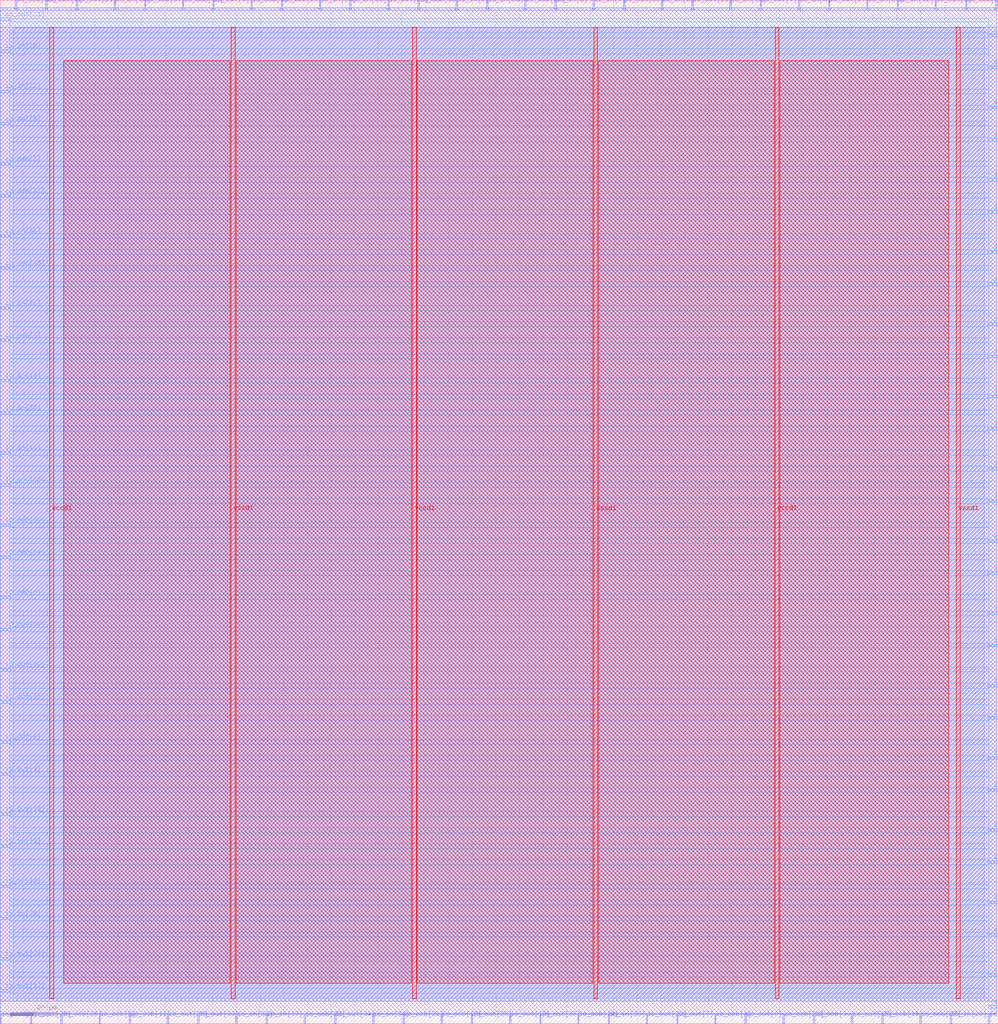
<source format=lef>
VERSION 5.7 ;
  NOWIREEXTENSIONATPIN ON ;
  DIVIDERCHAR "/" ;
  BUSBITCHARS "[]" ;
MACRO wrapped_snn
  CLASS BLOCK ;
  FOREIGN wrapped_snn ;
  ORIGIN 0.000 0.000 ;
  SIZE 422.705 BY 433.425 ;
  PIN active
    DIRECTION INPUT ;
    USE SIGNAL ;
    PORT
      LAYER met3 ;
        RECT 418.705 417.940 422.705 419.140 ;
    END
  END active
  PIN io_in[0]
    DIRECTION INPUT ;
    USE SIGNAL ;
    PORT
      LAYER met3 ;
        RECT 418.705 98.340 422.705 99.540 ;
    END
  END io_in[0]
  PIN io_in[10]
    DIRECTION INPUT ;
    USE SIGNAL ;
    PORT
      LAYER met2 ;
        RECT 48.250 429.425 48.810 433.425 ;
    END
  END io_in[10]
  PIN io_in[11]
    DIRECTION INPUT ;
    USE SIGNAL ;
    PORT
      LAYER met3 ;
        RECT 0.000 241.140 4.000 242.340 ;
    END
  END io_in[11]
  PIN io_in[12]
    DIRECTION INPUT ;
    USE SIGNAL ;
    PORT
      LAYER met2 ;
        RECT 379.910 429.425 380.470 433.425 ;
    END
  END io_in[12]
  PIN io_in[13]
    DIRECTION INPUT ;
    USE SIGNAL ;
    PORT
      LAYER met2 ;
        RECT 309.070 429.425 309.630 433.425 ;
    END
  END io_in[13]
  PIN io_in[14]
    DIRECTION INPUT ;
    USE SIGNAL ;
    PORT
      LAYER met3 ;
        RECT 0.000 271.740 4.000 272.940 ;
    END
  END io_in[14]
  PIN io_in[15]
    DIRECTION INPUT ;
    USE SIGNAL ;
    PORT
      LAYER met3 ;
        RECT 0.000 74.540 4.000 75.740 ;
    END
  END io_in[15]
  PIN io_in[16]
    DIRECTION INPUT ;
    USE SIGNAL ;
    PORT
      LAYER met2 ;
        RECT 148.070 429.425 148.630 433.425 ;
    END
  END io_in[16]
  PIN io_in[17]
    DIRECTION INPUT ;
    USE SIGNAL ;
    PORT
      LAYER met2 ;
        RECT 112.650 0.000 113.210 4.000 ;
    END
  END io_in[17]
  PIN io_in[18]
    DIRECTION INPUT ;
    USE SIGNAL ;
    PORT
      LAYER met3 ;
        RECT 0.000 57.540 4.000 58.740 ;
    END
  END io_in[18]
  PIN io_in[19]
    DIRECTION INPUT ;
    USE SIGNAL ;
    PORT
      LAYER met3 ;
        RECT 418.705 387.340 422.705 388.540 ;
    END
  END io_in[19]
  PIN io_in[1]
    DIRECTION INPUT ;
    USE SIGNAL ;
    PORT
      LAYER met3 ;
        RECT 418.705 6.540 422.705 7.740 ;
    END
  END io_in[1]
  PIN io_in[20]
    DIRECTION INPUT ;
    USE SIGNAL ;
    PORT
      LAYER met2 ;
        RECT 367.030 429.425 367.590 433.425 ;
    END
  END io_in[20]
  PIN io_in[21]
    DIRECTION INPUT ;
    USE SIGNAL ;
    PORT
      LAYER met3 ;
        RECT 0.000 302.340 4.000 303.540 ;
    END
  END io_in[21]
  PIN io_in[22]
    DIRECTION INPUT ;
    USE SIGNAL ;
    PORT
      LAYER met3 ;
        RECT 0.000 394.140 4.000 395.340 ;
    END
  END io_in[22]
  PIN io_in[23]
    DIRECTION INPUT ;
    USE SIGNAL ;
    PORT
      LAYER met3 ;
        RECT 418.705 190.140 422.705 191.340 ;
    END
  END io_in[23]
  PIN io_in[24]
    DIRECTION INPUT ;
    USE SIGNAL ;
    PORT
      LAYER met3 ;
        RECT 0.000 43.940 4.000 45.140 ;
    END
  END io_in[24]
  PIN io_in[25]
    DIRECTION INPUT ;
    USE SIGNAL ;
    PORT
      LAYER met3 ;
        RECT 0.000 411.140 4.000 412.340 ;
    END
  END io_in[25]
  PIN io_in[26]
    DIRECTION INPUT ;
    USE SIGNAL ;
    PORT
      LAYER met2 ;
        RECT 206.030 429.425 206.590 433.425 ;
    END
  END io_in[26]
  PIN io_in[27]
    DIRECTION INPUT ;
    USE SIGNAL ;
    PORT
      LAYER met3 ;
        RECT 418.705 404.340 422.705 405.540 ;
    END
  END io_in[27]
  PIN io_in[28]
    DIRECTION INPUT ;
    USE SIGNAL ;
    PORT
      LAYER met2 ;
        RECT 402.450 0.000 403.010 4.000 ;
    END
  END io_in[28]
  PIN io_in[29]
    DIRECTION INPUT ;
    USE SIGNAL ;
    PORT
      LAYER met3 ;
        RECT 418.705 128.940 422.705 130.140 ;
    END
  END io_in[29]
  PIN io_in[2]
    DIRECTION INPUT ;
    USE SIGNAL ;
    PORT
      LAYER met2 ;
        RECT 193.150 429.425 193.710 433.425 ;
    END
  END io_in[2]
  PIN io_in[30]
    DIRECTION INPUT ;
    USE SIGNAL ;
    PORT
      LAYER met2 ;
        RECT 257.550 0.000 258.110 4.000 ;
    END
  END io_in[30]
  PIN io_in[31]
    DIRECTION INPUT ;
    USE SIGNAL ;
    PORT
      LAYER met3 ;
        RECT 418.705 220.740 422.705 221.940 ;
    END
  END io_in[31]
  PIN io_in[32]
    DIRECTION INPUT ;
    USE SIGNAL ;
    PORT
      LAYER met3 ;
        RECT 0.000 258.140 4.000 259.340 ;
    END
  END io_in[32]
  PIN io_in[33]
    DIRECTION INPUT ;
    USE SIGNAL ;
    PORT
      LAYER met2 ;
        RECT 99.770 0.000 100.330 4.000 ;
    END
  END io_in[33]
  PIN io_in[34]
    DIRECTION INPUT ;
    USE SIGNAL ;
    PORT
      LAYER met2 ;
        RECT 157.730 0.000 158.290 4.000 ;
    END
  END io_in[34]
  PIN io_in[35]
    DIRECTION INPUT ;
    USE SIGNAL ;
    PORT
      LAYER met3 ;
        RECT 418.705 37.140 422.705 38.340 ;
    END
  END io_in[35]
  PIN io_in[36]
    DIRECTION INPUT ;
    USE SIGNAL ;
    PORT
      LAYER met3 ;
        RECT 0.000 332.940 4.000 334.140 ;
    END
  END io_in[36]
  PIN io_in[37]
    DIRECTION INPUT ;
    USE SIGNAL ;
    PORT
      LAYER met2 ;
        RECT 135.190 429.425 135.750 433.425 ;
    END
  END io_in[37]
  PIN io_in[3]
    DIRECTION INPUT ;
    USE SIGNAL ;
    PORT
      LAYER met3 ;
        RECT 418.705 142.540 422.705 143.740 ;
    END
  END io_in[3]
  PIN io_in[4]
    DIRECTION INPUT ;
    USE SIGNAL ;
    PORT
      LAYER met3 ;
        RECT 418.705 234.340 422.705 235.540 ;
    END
  END io_in[4]
  PIN io_in[5]
    DIRECTION INPUT ;
    USE SIGNAL ;
    PORT
      LAYER met2 ;
        RECT 235.010 429.425 235.570 433.425 ;
    END
  END io_in[5]
  PIN io_in[6]
    DIRECTION INPUT ;
    USE SIGNAL ;
    PORT
      LAYER met3 ;
        RECT 418.705 173.140 422.705 174.340 ;
    END
  END io_in[6]
  PIN io_in[7]
    DIRECTION INPUT ;
    USE SIGNAL ;
    PORT
      LAYER met2 ;
        RECT 251.110 429.425 251.670 433.425 ;
    END
  END io_in[7]
  PIN io_in[8]
    DIRECTION INPUT ;
    USE SIGNAL ;
    PORT
      LAYER met2 ;
        RECT 280.090 429.425 280.650 433.425 ;
    END
  END io_in[8]
  PIN io_in[9]
    DIRECTION INPUT ;
    USE SIGNAL ;
    PORT
      LAYER met2 ;
        RECT 338.050 429.425 338.610 433.425 ;
    END
  END io_in[9]
  PIN io_oeb[0]
    DIRECTION INOUT ;
    USE SIGNAL ;
    PORT
      LAYER met2 ;
        RECT 421.770 429.425 422.330 433.425 ;
    END
  END io_oeb[0]
  PIN io_oeb[10]
    DIRECTION INOUT ;
    USE SIGNAL ;
    PORT
      LAYER met3 ;
        RECT 418.705 356.740 422.705 357.940 ;
    END
  END io_oeb[10]
  PIN io_oeb[11]
    DIRECTION INOUT ;
    USE SIGNAL ;
    PORT
      LAYER met2 ;
        RECT 54.690 0.000 55.250 4.000 ;
    END
  END io_oeb[11]
  PIN io_oeb[12]
    DIRECTION INOUT ;
    USE SIGNAL ;
    PORT
      LAYER met2 ;
        RECT 77.230 429.425 77.790 433.425 ;
    END
  END io_oeb[12]
  PIN io_oeb[13]
    DIRECTION INOUT ;
    USE SIGNAL ;
    PORT
      LAYER met2 ;
        RECT 186.710 0.000 187.270 4.000 ;
    END
  END io_oeb[13]
  PIN io_oeb[14]
    DIRECTION INOUT ;
    USE SIGNAL ;
    PORT
      LAYER met2 ;
        RECT 244.670 0.000 245.230 4.000 ;
    END
  END io_oeb[14]
  PIN io_oeb[15]
    DIRECTION INOUT ;
    USE SIGNAL ;
    PORT
      LAYER met3 ;
        RECT 418.705 373.740 422.705 374.940 ;
    END
  END io_oeb[15]
  PIN io_oeb[16]
    DIRECTION INOUT ;
    USE SIGNAL ;
    PORT
      LAYER met2 ;
        RECT 373.470 0.000 374.030 4.000 ;
    END
  END io_oeb[16]
  PIN io_oeb[17]
    DIRECTION INOUT ;
    USE SIGNAL ;
    PORT
      LAYER met3 ;
        RECT 418.705 281.940 422.705 283.140 ;
    END
  END io_oeb[17]
  PIN io_oeb[18]
    DIRECTION INOUT ;
    USE SIGNAL ;
    PORT
      LAYER met2 ;
        RECT 177.050 429.425 177.610 433.425 ;
    END
  END io_oeb[18]
  PIN io_oeb[19]
    DIRECTION INOUT ;
    USE SIGNAL ;
    PORT
      LAYER met3 ;
        RECT 0.000 210.540 4.000 211.740 ;
    END
  END io_oeb[19]
  PIN io_oeb[1]
    DIRECTION INOUT ;
    USE SIGNAL ;
    PORT
      LAYER met2 ;
        RECT 106.210 429.425 106.770 433.425 ;
    END
  END io_oeb[1]
  PIN io_oeb[20]
    DIRECTION INOUT ;
    USE SIGNAL ;
    PORT
      LAYER met2 ;
        RECT 222.130 429.425 222.690 433.425 ;
    END
  END io_oeb[20]
  PIN io_oeb[21]
    DIRECTION INOUT ;
    USE SIGNAL ;
    PORT
      LAYER met2 ;
        RECT 331.610 0.000 332.170 4.000 ;
    END
  END io_oeb[21]
  PIN io_oeb[22]
    DIRECTION INOUT ;
    USE SIGNAL ;
    PORT
      LAYER met2 ;
        RECT 128.750 0.000 129.310 4.000 ;
    END
  END io_oeb[22]
  PIN io_oeb[23]
    DIRECTION INOUT ;
    USE SIGNAL ;
    PORT
      LAYER met3 ;
        RECT 418.705 111.940 422.705 113.140 ;
    END
  END io_oeb[23]
  PIN io_oeb[24]
    DIRECTION INOUT ;
    USE SIGNAL ;
    PORT
      LAYER met2 ;
        RECT 119.090 429.425 119.650 433.425 ;
    END
  END io_oeb[24]
  PIN io_oeb[25]
    DIRECTION INOUT ;
    USE SIGNAL ;
    PORT
      LAYER met3 ;
        RECT 418.705 295.540 422.705 296.740 ;
    END
  END io_oeb[25]
  PIN io_oeb[26]
    DIRECTION INOUT ;
    USE SIGNAL ;
    PORT
      LAYER met2 ;
        RECT 25.710 0.000 26.270 4.000 ;
    END
  END io_oeb[26]
  PIN io_oeb[27]
    DIRECTION INOUT ;
    USE SIGNAL ;
    PORT
      LAYER met2 ;
        RECT 389.570 0.000 390.130 4.000 ;
    END
  END io_oeb[27]
  PIN io_oeb[28]
    DIRECTION INOUT ;
    USE SIGNAL ;
    PORT
      LAYER met3 ;
        RECT 418.705 81.340 422.705 82.540 ;
    END
  END io_oeb[28]
  PIN io_oeb[29]
    DIRECTION INOUT ;
    USE SIGNAL ;
    PORT
      LAYER met2 ;
        RECT 408.890 429.425 409.450 433.425 ;
    END
  END io_oeb[29]
  PIN io_oeb[2]
    DIRECTION INOUT ;
    USE SIGNAL ;
    PORT
      LAYER met3 ;
        RECT 0.000 363.540 4.000 364.740 ;
    END
  END io_oeb[2]
  PIN io_oeb[30]
    DIRECTION INOUT ;
    USE SIGNAL ;
    PORT
      LAYER met2 ;
        RECT 344.490 0.000 345.050 4.000 ;
    END
  END io_oeb[30]
  PIN io_oeb[31]
    DIRECTION INOUT ;
    USE SIGNAL ;
    PORT
      LAYER met2 ;
        RECT 170.610 0.000 171.170 4.000 ;
    END
  END io_oeb[31]
  PIN io_oeb[32]
    DIRECTION INOUT ;
    USE SIGNAL ;
    PORT
      LAYER met3 ;
        RECT 0.000 349.940 4.000 351.140 ;
    END
  END io_oeb[32]
  PIN io_oeb[33]
    DIRECTION INOUT ;
    USE SIGNAL ;
    PORT
      LAYER met3 ;
        RECT 418.705 326.140 422.705 327.340 ;
    END
  END io_oeb[33]
  PIN io_oeb[34]
    DIRECTION INOUT ;
    USE SIGNAL ;
    PORT
      LAYER met3 ;
        RECT 0.000 196.940 4.000 198.140 ;
    END
  END io_oeb[34]
  PIN io_oeb[35]
    DIRECTION INOUT ;
    USE SIGNAL ;
    PORT
      LAYER met3 ;
        RECT 418.705 20.140 422.705 21.340 ;
    END
  END io_oeb[35]
  PIN io_oeb[36]
    DIRECTION INOUT ;
    USE SIGNAL ;
    PORT
      LAYER met2 ;
        RECT 6.390 429.425 6.950 433.425 ;
    END
  END io_oeb[36]
  PIN io_oeb[37]
    DIRECTION INOUT ;
    USE SIGNAL ;
    PORT
      LAYER met2 ;
        RECT 61.130 429.425 61.690 433.425 ;
    END
  END io_oeb[37]
  PIN io_oeb[3]
    DIRECTION INOUT ;
    USE SIGNAL ;
    PORT
      LAYER met3 ;
        RECT 0.000 288.740 4.000 289.940 ;
    END
  END io_oeb[3]
  PIN io_oeb[4]
    DIRECTION INOUT ;
    USE SIGNAL ;
    PORT
      LAYER met2 ;
        RECT 302.630 0.000 303.190 4.000 ;
    END
  END io_oeb[4]
  PIN io_oeb[5]
    DIRECTION INOUT ;
    USE SIGNAL ;
    PORT
      LAYER met2 ;
        RECT 41.810 0.000 42.370 4.000 ;
    END
  END io_oeb[5]
  PIN io_oeb[6]
    DIRECTION INOUT ;
    USE SIGNAL ;
    PORT
      LAYER met3 ;
        RECT 0.000 179.940 4.000 181.140 ;
    END
  END io_oeb[6]
  PIN io_oeb[7]
    DIRECTION INOUT ;
    USE SIGNAL ;
    PORT
      LAYER met2 ;
        RECT 418.550 0.000 419.110 4.000 ;
    END
  END io_oeb[7]
  PIN io_oeb[8]
    DIRECTION INOUT ;
    USE SIGNAL ;
    PORT
      LAYER met3 ;
        RECT 418.705 251.340 422.705 252.540 ;
    END
  END io_oeb[8]
  PIN io_oeb[9]
    DIRECTION INOUT ;
    USE SIGNAL ;
    PORT
      LAYER met3 ;
        RECT 418.705 159.540 422.705 160.740 ;
    END
  END io_oeb[9]
  PIN io_out[0]
    DIRECTION INOUT ;
    USE SIGNAL ;
    PORT
      LAYER met2 ;
        RECT 315.510 0.000 316.070 4.000 ;
    END
  END io_out[0]
  PIN io_out[10]
    DIRECTION INOUT ;
    USE SIGNAL ;
    PORT
      LAYER met3 ;
        RECT 0.000 319.340 4.000 320.540 ;
    END
  END io_out[10]
  PIN io_out[11]
    DIRECTION INOUT ;
    USE SIGNAL ;
    PORT
      LAYER met3 ;
        RECT 418.705 67.740 422.705 68.940 ;
    END
  END io_out[11]
  PIN io_out[12]
    DIRECTION INOUT ;
    USE SIGNAL ;
    PORT
      LAYER met3 ;
        RECT 0.000 227.540 4.000 228.740 ;
    END
  END io_out[12]
  PIN io_out[13]
    DIRECTION INOUT ;
    USE SIGNAL ;
    PORT
      LAYER met3 ;
        RECT 0.000 13.340 4.000 14.540 ;
    END
  END io_out[13]
  PIN io_out[14]
    DIRECTION INOUT ;
    USE SIGNAL ;
    PORT
      LAYER met3 ;
        RECT 418.705 312.540 422.705 313.740 ;
    END
  END io_out[14]
  PIN io_out[15]
    DIRECTION INOUT ;
    USE SIGNAL ;
    PORT
      LAYER met2 ;
        RECT 360.590 0.000 361.150 4.000 ;
    END
  END io_out[15]
  PIN io_out[16]
    DIRECTION INOUT ;
    USE SIGNAL ;
    PORT
      LAYER met3 ;
        RECT 418.705 343.140 422.705 344.340 ;
    END
  END io_out[16]
  PIN io_out[17]
    DIRECTION INOUT ;
    USE SIGNAL ;
    PORT
      LAYER met2 ;
        RECT 215.690 0.000 216.250 4.000 ;
    END
  END io_out[17]
  PIN io_out[18]
    DIRECTION INOUT ;
    USE SIGNAL ;
    PORT
      LAYER met3 ;
        RECT 0.000 88.140 4.000 89.340 ;
    END
  END io_out[18]
  PIN io_out[19]
    DIRECTION INOUT ;
    USE SIGNAL ;
    PORT
      LAYER met3 ;
        RECT 0.000 166.340 4.000 167.540 ;
    END
  END io_out[19]
  PIN io_out[1]
    DIRECTION INOUT ;
    USE SIGNAL ;
    PORT
      LAYER met2 ;
        RECT -0.050 0.000 0.510 4.000 ;
    END
  END io_out[1]
  PIN io_out[20]
    DIRECTION INOUT ;
    USE SIGNAL ;
    PORT
      LAYER met2 ;
        RECT 273.650 0.000 274.210 4.000 ;
    END
  END io_out[20]
  PIN io_out[21]
    DIRECTION INOUT ;
    USE SIGNAL ;
    PORT
      LAYER met2 ;
        RECT 32.150 429.425 32.710 433.425 ;
    END
  END io_out[21]
  PIN io_out[22]
    DIRECTION INOUT ;
    USE SIGNAL ;
    PORT
      LAYER met2 ;
        RECT 164.170 429.425 164.730 433.425 ;
    END
  END io_out[22]
  PIN io_out[23]
    DIRECTION INOUT ;
    USE SIGNAL ;
    PORT
      LAYER met2 ;
        RECT 292.970 429.425 293.530 433.425 ;
    END
  END io_out[23]
  PIN io_out[24]
    DIRECTION INOUT ;
    USE SIGNAL ;
    PORT
      LAYER met3 ;
        RECT 0.000 26.940 4.000 28.140 ;
    END
  END io_out[24]
  PIN io_out[25]
    DIRECTION INOUT ;
    USE SIGNAL ;
    PORT
      LAYER met2 ;
        RECT 70.790 0.000 71.350 4.000 ;
    END
  END io_out[25]
  PIN io_out[26]
    DIRECTION INOUT ;
    USE SIGNAL ;
    PORT
      LAYER met2 ;
        RECT 12.830 0.000 13.390 4.000 ;
    END
  END io_out[26]
  PIN io_out[27]
    DIRECTION INOUT ;
    USE SIGNAL ;
    PORT
      LAYER met2 ;
        RECT 350.930 429.425 351.490 433.425 ;
    END
  END io_out[27]
  PIN io_out[28]
    DIRECTION INOUT ;
    USE SIGNAL ;
    PORT
      LAYER met2 ;
        RECT 263.990 429.425 264.550 433.425 ;
    END
  END io_out[28]
  PIN io_out[29]
    DIRECTION INOUT ;
    USE SIGNAL ;
    PORT
      LAYER met2 ;
        RECT 199.590 0.000 200.150 4.000 ;
    END
  END io_out[29]
  PIN io_out[2]
    DIRECTION INOUT ;
    USE SIGNAL ;
    PORT
      LAYER met2 ;
        RECT 396.010 429.425 396.570 433.425 ;
    END
  END io_out[2]
  PIN io_out[30]
    DIRECTION INOUT ;
    USE SIGNAL ;
    PORT
      LAYER met3 ;
        RECT 418.705 50.740 422.705 51.940 ;
    END
  END io_out[30]
  PIN io_out[31]
    DIRECTION INOUT ;
    USE SIGNAL ;
    PORT
      LAYER met3 ;
        RECT 0.000 424.740 4.000 425.940 ;
    END
  END io_out[31]
  PIN io_out[32]
    DIRECTION INOUT ;
    USE SIGNAL ;
    PORT
      LAYER met3 ;
        RECT 0.000 149.340 4.000 150.540 ;
    END
  END io_out[32]
  PIN io_out[33]
    DIRECTION INOUT ;
    USE SIGNAL ;
    PORT
      LAYER met2 ;
        RECT 83.670 0.000 84.230 4.000 ;
    END
  END io_out[33]
  PIN io_out[34]
    DIRECTION INOUT ;
    USE SIGNAL ;
    PORT
      LAYER met2 ;
        RECT 141.630 0.000 142.190 4.000 ;
    END
  END io_out[34]
  PIN io_out[35]
    DIRECTION INOUT ;
    USE SIGNAL ;
    PORT
      LAYER met3 ;
        RECT 0.000 135.740 4.000 136.940 ;
    END
  END io_out[35]
  PIN io_out[36]
    DIRECTION INOUT ;
    USE SIGNAL ;
    PORT
      LAYER met3 ;
        RECT 418.705 264.940 422.705 266.140 ;
    END
  END io_out[36]
  PIN io_out[37]
    DIRECTION INOUT ;
    USE SIGNAL ;
    PORT
      LAYER met2 ;
        RECT 228.570 0.000 229.130 4.000 ;
    END
  END io_out[37]
  PIN io_out[3]
    DIRECTION INOUT ;
    USE SIGNAL ;
    PORT
      LAYER met3 ;
        RECT 0.000 105.140 4.000 106.340 ;
    END
  END io_out[3]
  PIN io_out[4]
    DIRECTION INOUT ;
    USE SIGNAL ;
    PORT
      LAYER met2 ;
        RECT 321.950 429.425 322.510 433.425 ;
    END
  END io_out[4]
  PIN io_out[5]
    DIRECTION INOUT ;
    USE SIGNAL ;
    PORT
      LAYER met2 ;
        RECT 19.270 429.425 19.830 433.425 ;
    END
  END io_out[5]
  PIN io_out[6]
    DIRECTION INOUT ;
    USE SIGNAL ;
    PORT
      LAYER met2 ;
        RECT 90.110 429.425 90.670 433.425 ;
    END
  END io_out[6]
  PIN io_out[7]
    DIRECTION INOUT ;
    USE SIGNAL ;
    PORT
      LAYER met2 ;
        RECT 286.530 0.000 287.090 4.000 ;
    END
  END io_out[7]
  PIN io_out[8]
    DIRECTION INOUT ;
    USE SIGNAL ;
    PORT
      LAYER met3 ;
        RECT 0.000 118.740 4.000 119.940 ;
    END
  END io_out[8]
  PIN io_out[9]
    DIRECTION INOUT ;
    USE SIGNAL ;
    PORT
      LAYER met3 ;
        RECT 0.000 380.540 4.000 381.740 ;
    END
  END io_out[9]
  PIN vccd1
    DIRECTION INPUT ;
    USE POWER ;
    PORT
      LAYER met4 ;
        RECT 21.040 10.640 22.640 421.840 ;
    END
    PORT
      LAYER met4 ;
        RECT 174.640 10.640 176.240 421.840 ;
    END
    PORT
      LAYER met4 ;
        RECT 328.240 10.640 329.840 421.840 ;
    END
  END vccd1
  PIN vssd1
    DIRECTION INPUT ;
    USE GROUND ;
    PORT
      LAYER met4 ;
        RECT 97.840 10.640 99.440 421.840 ;
    END
    PORT
      LAYER met4 ;
        RECT 251.440 10.640 253.040 421.840 ;
    END
    PORT
      LAYER met4 ;
        RECT 405.040 10.640 406.640 421.840 ;
    END
  END vssd1
  PIN wb_clk_i
    DIRECTION INPUT ;
    USE SIGNAL ;
    PORT
      LAYER met3 ;
        RECT 418.705 203.740 422.705 204.940 ;
    END
  END wb_clk_i
  OBS
      LAYER li1 ;
        RECT 5.520 10.795 416.760 421.685 ;
      LAYER met1 ;
        RECT 0.070 9.560 422.210 421.840 ;
      LAYER met2 ;
        RECT 0.100 429.145 6.110 430.170 ;
        RECT 7.230 429.145 18.990 430.170 ;
        RECT 20.110 429.145 31.870 430.170 ;
        RECT 32.990 429.145 47.970 430.170 ;
        RECT 49.090 429.145 60.850 430.170 ;
        RECT 61.970 429.145 76.950 430.170 ;
        RECT 78.070 429.145 89.830 430.170 ;
        RECT 90.950 429.145 105.930 430.170 ;
        RECT 107.050 429.145 118.810 430.170 ;
        RECT 119.930 429.145 134.910 430.170 ;
        RECT 136.030 429.145 147.790 430.170 ;
        RECT 148.910 429.145 163.890 430.170 ;
        RECT 165.010 429.145 176.770 430.170 ;
        RECT 177.890 429.145 192.870 430.170 ;
        RECT 193.990 429.145 205.750 430.170 ;
        RECT 206.870 429.145 221.850 430.170 ;
        RECT 222.970 429.145 234.730 430.170 ;
        RECT 235.850 429.145 250.830 430.170 ;
        RECT 251.950 429.145 263.710 430.170 ;
        RECT 264.830 429.145 279.810 430.170 ;
        RECT 280.930 429.145 292.690 430.170 ;
        RECT 293.810 429.145 308.790 430.170 ;
        RECT 309.910 429.145 321.670 430.170 ;
        RECT 322.790 429.145 337.770 430.170 ;
        RECT 338.890 429.145 350.650 430.170 ;
        RECT 351.770 429.145 366.750 430.170 ;
        RECT 367.870 429.145 379.630 430.170 ;
        RECT 380.750 429.145 395.730 430.170 ;
        RECT 396.850 429.145 408.610 430.170 ;
        RECT 409.730 429.145 421.490 430.170 ;
        RECT 0.100 4.280 422.180 429.145 ;
        RECT 0.790 4.000 12.550 4.280 ;
        RECT 13.670 4.000 25.430 4.280 ;
        RECT 26.550 4.000 41.530 4.280 ;
        RECT 42.650 4.000 54.410 4.280 ;
        RECT 55.530 4.000 70.510 4.280 ;
        RECT 71.630 4.000 83.390 4.280 ;
        RECT 84.510 4.000 99.490 4.280 ;
        RECT 100.610 4.000 112.370 4.280 ;
        RECT 113.490 4.000 128.470 4.280 ;
        RECT 129.590 4.000 141.350 4.280 ;
        RECT 142.470 4.000 157.450 4.280 ;
        RECT 158.570 4.000 170.330 4.280 ;
        RECT 171.450 4.000 186.430 4.280 ;
        RECT 187.550 4.000 199.310 4.280 ;
        RECT 200.430 4.000 215.410 4.280 ;
        RECT 216.530 4.000 228.290 4.280 ;
        RECT 229.410 4.000 244.390 4.280 ;
        RECT 245.510 4.000 257.270 4.280 ;
        RECT 258.390 4.000 273.370 4.280 ;
        RECT 274.490 4.000 286.250 4.280 ;
        RECT 287.370 4.000 302.350 4.280 ;
        RECT 303.470 4.000 315.230 4.280 ;
        RECT 316.350 4.000 331.330 4.280 ;
        RECT 332.450 4.000 344.210 4.280 ;
        RECT 345.330 4.000 360.310 4.280 ;
        RECT 361.430 4.000 373.190 4.280 ;
        RECT 374.310 4.000 389.290 4.280 ;
        RECT 390.410 4.000 402.170 4.280 ;
        RECT 403.290 4.000 418.270 4.280 ;
        RECT 419.390 4.000 422.180 4.280 ;
      LAYER met3 ;
        RECT 4.400 424.340 418.705 425.505 ;
        RECT 4.000 419.540 418.705 424.340 ;
        RECT 4.000 417.540 418.305 419.540 ;
        RECT 4.000 412.740 418.705 417.540 ;
        RECT 4.400 410.740 418.705 412.740 ;
        RECT 4.000 405.940 418.705 410.740 ;
        RECT 4.000 403.940 418.305 405.940 ;
        RECT 4.000 395.740 418.705 403.940 ;
        RECT 4.400 393.740 418.705 395.740 ;
        RECT 4.000 388.940 418.705 393.740 ;
        RECT 4.000 386.940 418.305 388.940 ;
        RECT 4.000 382.140 418.705 386.940 ;
        RECT 4.400 380.140 418.705 382.140 ;
        RECT 4.000 375.340 418.705 380.140 ;
        RECT 4.000 373.340 418.305 375.340 ;
        RECT 4.000 365.140 418.705 373.340 ;
        RECT 4.400 363.140 418.705 365.140 ;
        RECT 4.000 358.340 418.705 363.140 ;
        RECT 4.000 356.340 418.305 358.340 ;
        RECT 4.000 351.540 418.705 356.340 ;
        RECT 4.400 349.540 418.705 351.540 ;
        RECT 4.000 344.740 418.705 349.540 ;
        RECT 4.000 342.740 418.305 344.740 ;
        RECT 4.000 334.540 418.705 342.740 ;
        RECT 4.400 332.540 418.705 334.540 ;
        RECT 4.000 327.740 418.705 332.540 ;
        RECT 4.000 325.740 418.305 327.740 ;
        RECT 4.000 320.940 418.705 325.740 ;
        RECT 4.400 318.940 418.705 320.940 ;
        RECT 4.000 314.140 418.705 318.940 ;
        RECT 4.000 312.140 418.305 314.140 ;
        RECT 4.000 303.940 418.705 312.140 ;
        RECT 4.400 301.940 418.705 303.940 ;
        RECT 4.000 297.140 418.705 301.940 ;
        RECT 4.000 295.140 418.305 297.140 ;
        RECT 4.000 290.340 418.705 295.140 ;
        RECT 4.400 288.340 418.705 290.340 ;
        RECT 4.000 283.540 418.705 288.340 ;
        RECT 4.000 281.540 418.305 283.540 ;
        RECT 4.000 273.340 418.705 281.540 ;
        RECT 4.400 271.340 418.705 273.340 ;
        RECT 4.000 266.540 418.705 271.340 ;
        RECT 4.000 264.540 418.305 266.540 ;
        RECT 4.000 259.740 418.705 264.540 ;
        RECT 4.400 257.740 418.705 259.740 ;
        RECT 4.000 252.940 418.705 257.740 ;
        RECT 4.000 250.940 418.305 252.940 ;
        RECT 4.000 242.740 418.705 250.940 ;
        RECT 4.400 240.740 418.705 242.740 ;
        RECT 4.000 235.940 418.705 240.740 ;
        RECT 4.000 233.940 418.305 235.940 ;
        RECT 4.000 229.140 418.705 233.940 ;
        RECT 4.400 227.140 418.705 229.140 ;
        RECT 4.000 222.340 418.705 227.140 ;
        RECT 4.000 220.340 418.305 222.340 ;
        RECT 4.000 212.140 418.705 220.340 ;
        RECT 4.400 210.140 418.705 212.140 ;
        RECT 4.000 205.340 418.705 210.140 ;
        RECT 4.000 203.340 418.305 205.340 ;
        RECT 4.000 198.540 418.705 203.340 ;
        RECT 4.400 196.540 418.705 198.540 ;
        RECT 4.000 191.740 418.705 196.540 ;
        RECT 4.000 189.740 418.305 191.740 ;
        RECT 4.000 181.540 418.705 189.740 ;
        RECT 4.400 179.540 418.705 181.540 ;
        RECT 4.000 174.740 418.705 179.540 ;
        RECT 4.000 172.740 418.305 174.740 ;
        RECT 4.000 167.940 418.705 172.740 ;
        RECT 4.400 165.940 418.705 167.940 ;
        RECT 4.000 161.140 418.705 165.940 ;
        RECT 4.000 159.140 418.305 161.140 ;
        RECT 4.000 150.940 418.705 159.140 ;
        RECT 4.400 148.940 418.705 150.940 ;
        RECT 4.000 144.140 418.705 148.940 ;
        RECT 4.000 142.140 418.305 144.140 ;
        RECT 4.000 137.340 418.705 142.140 ;
        RECT 4.400 135.340 418.705 137.340 ;
        RECT 4.000 130.540 418.705 135.340 ;
        RECT 4.000 128.540 418.305 130.540 ;
        RECT 4.000 120.340 418.705 128.540 ;
        RECT 4.400 118.340 418.705 120.340 ;
        RECT 4.000 113.540 418.705 118.340 ;
        RECT 4.000 111.540 418.305 113.540 ;
        RECT 4.000 106.740 418.705 111.540 ;
        RECT 4.400 104.740 418.705 106.740 ;
        RECT 4.000 99.940 418.705 104.740 ;
        RECT 4.000 97.940 418.305 99.940 ;
        RECT 4.000 89.740 418.705 97.940 ;
        RECT 4.400 87.740 418.705 89.740 ;
        RECT 4.000 82.940 418.705 87.740 ;
        RECT 4.000 80.940 418.305 82.940 ;
        RECT 4.000 76.140 418.705 80.940 ;
        RECT 4.400 74.140 418.705 76.140 ;
        RECT 4.000 69.340 418.705 74.140 ;
        RECT 4.000 67.340 418.305 69.340 ;
        RECT 4.000 59.140 418.705 67.340 ;
        RECT 4.400 57.140 418.705 59.140 ;
        RECT 4.000 52.340 418.705 57.140 ;
        RECT 4.000 50.340 418.305 52.340 ;
        RECT 4.000 45.540 418.705 50.340 ;
        RECT 4.400 43.540 418.705 45.540 ;
        RECT 4.000 38.740 418.705 43.540 ;
        RECT 4.000 36.740 418.305 38.740 ;
        RECT 4.000 28.540 418.705 36.740 ;
        RECT 4.400 26.540 418.705 28.540 ;
        RECT 4.000 21.740 418.705 26.540 ;
        RECT 4.000 19.740 418.305 21.740 ;
        RECT 4.000 14.940 418.705 19.740 ;
        RECT 4.400 12.940 418.705 14.940 ;
        RECT 4.000 10.715 418.705 12.940 ;
      LAYER met4 ;
        RECT 26.975 17.175 97.440 407.825 ;
        RECT 99.840 17.175 174.240 407.825 ;
        RECT 176.640 17.175 251.040 407.825 ;
        RECT 253.440 17.175 327.840 407.825 ;
        RECT 330.240 17.175 401.745 407.825 ;
  END
END wrapped_snn
END LIBRARY


</source>
